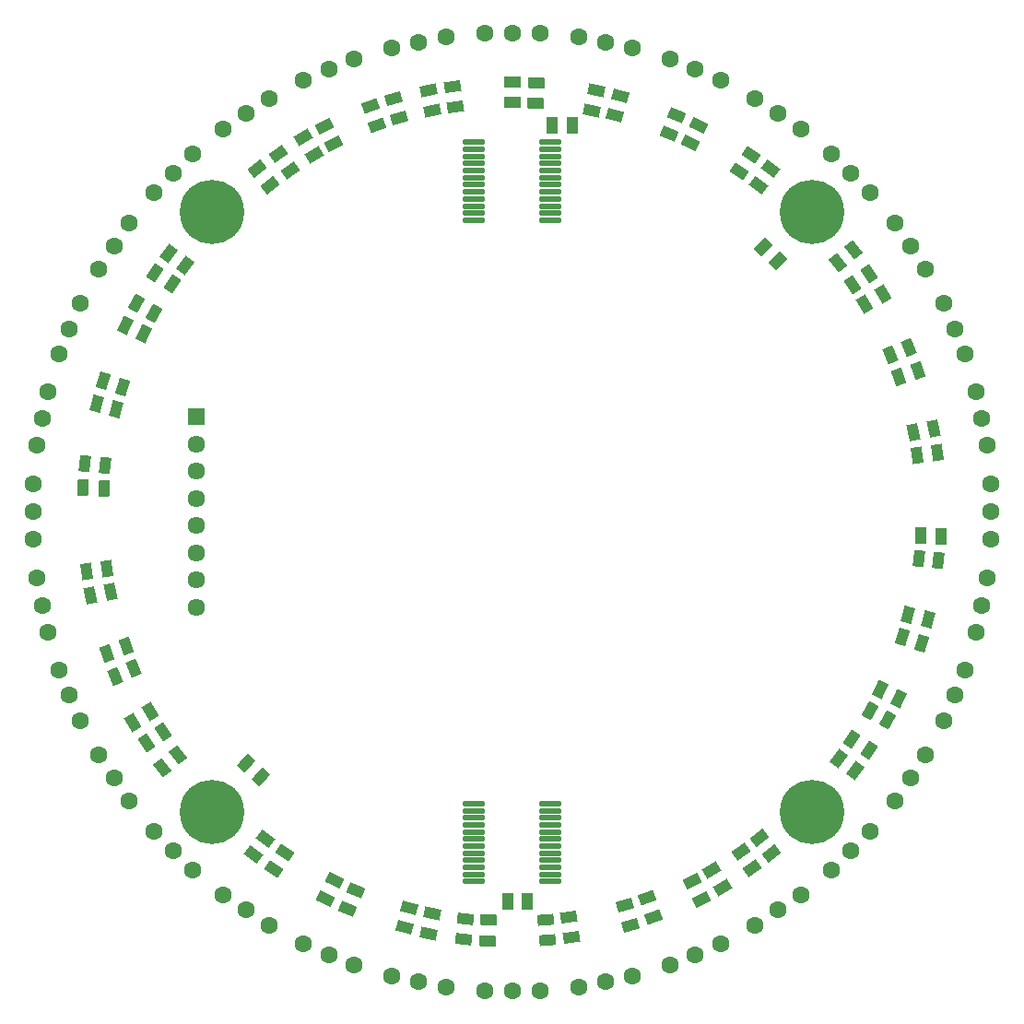
<source format=gbr>
%TF.GenerationSoftware,Altium Limited,Altium Designer,21.8.1 (53)*%
G04 Layer_Color=8388736*
%FSLAX42Y42*%
%MOMM*%
%TF.SameCoordinates,15406810-5A1E-4B15-B108-3B776D23A55A*%
%TF.FilePolarity,Negative*%
%TF.FileFunction,Soldermask,Top*%
%TF.Part,Single*%
G01*
G75*
%TA.AperFunction,SMDPad,CuDef*%
%ADD64R,1.00X1.50*%
%ADD66R,1.50X1.00*%
%TA.AperFunction,ViaPad*%
%ADD67C,5.90*%
%TA.AperFunction,ComponentPad*%
%ADD68C,1.60*%
%ADD69R,1.61X1.61*%
%ADD70C,1.61*%
%TA.AperFunction,SMDPad,CuDef*%
G04:AMPARAMS|DCode=72|XSize=1mm|YSize=1.5mm|CornerRadius=0mm|HoleSize=0mm|Usage=FLASHONLY|Rotation=316.587|XOffset=0mm|YOffset=0mm|HoleType=Round|Shape=Rectangle|*
%AMROTATEDRECTD72*
4,1,4,-0.88,-0.20,0.15,0.89,0.88,0.20,-0.15,-0.89,-0.88,-0.20,0.0*
%
%ADD72ROTATEDRECTD72*%

G04:AMPARAMS|DCode=73|XSize=1mm|YSize=1.5mm|CornerRadius=0mm|HoleSize=0mm|Usage=FLASHONLY|Rotation=289.250|XOffset=0mm|YOffset=0mm|HoleType=Round|Shape=Rectangle|*
%AMROTATEDRECTD73*
4,1,4,-0.87,0.23,0.54,0.72,0.87,-0.23,-0.54,-0.72,-0.87,0.23,0.0*
%
%ADD73ROTATEDRECTD73*%

G04:AMPARAMS|DCode=74|XSize=1mm|YSize=1.5mm|CornerRadius=0mm|HoleSize=0mm|Usage=FLASHONLY|Rotation=106.000|XOffset=0mm|YOffset=0mm|HoleType=Round|Shape=Rectangle|*
%AMROTATEDRECTD74*
4,1,4,0.86,-0.27,-0.58,-0.69,-0.86,0.27,0.58,0.69,0.86,-0.27,0.0*
%
%ADD74ROTATEDRECTD74*%

G04:AMPARAMS|DCode=75|XSize=1mm|YSize=1.5mm|CornerRadius=0mm|HoleSize=0mm|Usage=FLASHONLY|Rotation=278.000|XOffset=0mm|YOffset=0mm|HoleType=Round|Shape=Rectangle|*
%AMROTATEDRECTD75*
4,1,4,-0.81,0.39,0.67,0.60,0.81,-0.39,-0.67,-0.60,-0.81,0.39,0.0*
%
%ADD75ROTATEDRECTD75*%

G04:AMPARAMS|DCode=76|XSize=1mm|YSize=1.5mm|CornerRadius=0mm|HoleSize=0mm|Usage=FLASHONLY|Rotation=94.750|XOffset=0mm|YOffset=0mm|HoleType=Round|Shape=Rectangle|*
%AMROTATEDRECTD76*
4,1,4,0.79,-0.44,-0.70,-0.56,-0.79,0.44,0.70,0.56,0.79,-0.44,0.0*
%
%ADD76ROTATEDRECTD76*%

G04:AMPARAMS|DCode=77|XSize=1mm|YSize=1.5mm|CornerRadius=0mm|HoleSize=0mm|Usage=FLASHONLY|Rotation=300.471|XOffset=0mm|YOffset=0mm|HoleType=Round|Shape=Rectangle|*
%AMROTATEDRECTD77*
4,1,4,-0.90,0.05,0.39,0.81,0.90,-0.05,-0.39,-0.81,-0.90,0.05,0.0*
%
%ADD77ROTATEDRECTD77*%

G04:AMPARAMS|DCode=78|XSize=1mm|YSize=1.5mm|CornerRadius=0mm|HoleSize=0mm|Usage=FLASHONLY|Rotation=125.250|XOffset=0mm|YOffset=0mm|HoleType=Round|Shape=Rectangle|*
%AMROTATEDRECTD78*
4,1,4,0.90,0.02,-0.32,-0.84,-0.90,-0.02,0.32,0.84,0.90,0.02,0.0*
%
%ADD78ROTATEDRECTD78*%

G04:AMPARAMS|DCode=79|XSize=1mm|YSize=1.5mm|CornerRadius=0mm|HoleSize=0mm|Usage=FLASHONLY|Rotation=308.500|XOffset=0mm|YOffset=0mm|HoleType=Round|Shape=Rectangle|*
%AMROTATEDRECTD79*
4,1,4,-0.90,-0.07,0.27,0.86,0.90,0.07,-0.27,-0.86,-0.90,-0.07,0.0*
%
%ADD79ROTATEDRECTD79*%

G04:AMPARAMS|DCode=80|XSize=1mm|YSize=1.5mm|CornerRadius=0mm|HoleSize=0mm|Usage=FLASHONLY|Rotation=117.259|XOffset=0mm|YOffset=0mm|HoleType=Round|Shape=Rectangle|*
%AMROTATEDRECTD80*
4,1,4,0.89,-0.10,-0.44,-0.79,-0.89,0.10,0.44,0.79,0.89,-0.10,0.0*
%
%ADD80ROTATEDRECTD80*%

G04:AMPARAMS|DCode=81|XSize=1mm|YSize=1.5mm|CornerRadius=0mm|HoleSize=0mm|Usage=FLASHONLY|Rotation=326.250|XOffset=0mm|YOffset=0mm|HoleType=Round|Shape=Rectangle|*
%AMROTATEDRECTD81*
4,1,4,-0.83,-0.34,0.00,0.90,0.83,0.34,-0.00,-0.90,-0.83,-0.34,0.0*
%
%ADD81ROTATEDRECTD81*%

G04:AMPARAMS|DCode=82|XSize=1mm|YSize=1.5mm|CornerRadius=0mm|HoleSize=0mm|Usage=FLASHONLY|Rotation=143.000|XOffset=0mm|YOffset=0mm|HoleType=Round|Shape=Rectangle|*
%AMROTATEDRECTD82*
4,1,4,0.85,0.30,-0.05,-0.90,-0.85,-0.30,0.05,0.90,0.85,0.30,0.0*
%
%ADD82ROTATEDRECTD82*%

G04:AMPARAMS|DCode=83|XSize=1mm|YSize=1.5mm|CornerRadius=0mm|HoleSize=0mm|Usage=FLASHONLY|Rotation=334.250|XOffset=0mm|YOffset=0mm|HoleType=Round|Shape=Rectangle|*
%AMROTATEDRECTD83*
4,1,4,-0.78,-0.46,-0.13,0.89,0.78,0.46,0.13,-0.89,-0.78,-0.46,0.0*
%
%ADD83ROTATEDRECTD83*%

G04:AMPARAMS|DCode=84|XSize=1mm|YSize=1.5mm|CornerRadius=0mm|HoleSize=0mm|Usage=FLASHONLY|Rotation=151.000|XOffset=0mm|YOffset=0mm|HoleType=Round|Shape=Rectangle|*
%AMROTATEDRECTD84*
4,1,4,0.80,0.41,0.07,-0.90,-0.80,-0.41,-0.07,0.90,0.80,0.41,0.0*
%
%ADD84ROTATEDRECTD84*%

G04:AMPARAMS|DCode=85|XSize=1mm|YSize=1.5mm|CornerRadius=0mm|HoleSize=0mm|Usage=FLASHONLY|Rotation=345.500|XOffset=0mm|YOffset=0mm|HoleType=Round|Shape=Rectangle|*
%AMROTATEDRECTD85*
4,1,4,-0.67,-0.60,-0.30,0.85,0.67,0.60,0.30,-0.85,-0.67,-0.60,0.0*
%
%ADD85ROTATEDRECTD85*%

G04:AMPARAMS|DCode=86|XSize=1mm|YSize=1.5mm|CornerRadius=0mm|HoleSize=0mm|Usage=FLASHONLY|Rotation=162.250|XOffset=0mm|YOffset=0mm|HoleType=Round|Shape=Rectangle|*
%AMROTATEDRECTD86*
4,1,4,0.70,0.56,0.25,-0.87,-0.70,-0.56,-0.25,0.87,0.70,0.56,0.0*
%
%ADD86ROTATEDRECTD86*%

G04:AMPARAMS|DCode=87|XSize=1mm|YSize=1.5mm|CornerRadius=0mm|HoleSize=0mm|Usage=FLASHONLY|Rotation=83.500|XOffset=0mm|YOffset=0mm|HoleType=Round|Shape=Rectangle|*
%AMROTATEDRECTD87*
4,1,4,0.69,-0.58,-0.80,-0.41,-0.69,0.58,0.80,0.41,0.69,-0.58,0.0*
%
%ADD87ROTATEDRECTD87*%

G04:AMPARAMS|DCode=88|XSize=1mm|YSize=1.5mm|CornerRadius=0mm|HoleSize=0mm|Usage=FLASHONLY|Rotation=266.750|XOffset=0mm|YOffset=0mm|HoleType=Round|Shape=Rectangle|*
%AMROTATEDRECTD88*
4,1,4,-0.72,0.54,0.78,0.46,0.72,-0.54,-0.78,-0.46,-0.72,0.54,0.0*
%
%ADD88ROTATEDRECTD88*%

G04:AMPARAMS|DCode=89|XSize=1mm|YSize=1.5mm|CornerRadius=0mm|HoleSize=0mm|Usage=FLASHONLY|Rotation=255.500|XOffset=0mm|YOffset=0mm|HoleType=Round|Shape=Rectangle|*
%AMROTATEDRECTD89*
4,1,4,-0.60,0.67,0.85,0.30,0.60,-0.67,-0.85,-0.30,-0.60,0.67,0.0*
%
%ADD89ROTATEDRECTD89*%

G04:AMPARAMS|DCode=90|XSize=1mm|YSize=1.5mm|CornerRadius=0mm|HoleSize=0mm|Usage=FLASHONLY|Rotation=78.750|XOffset=0mm|YOffset=0mm|HoleType=Round|Shape=Rectangle|*
%AMROTATEDRECTD90*
4,1,4,0.64,-0.64,-0.83,-0.34,-0.64,0.64,0.83,0.34,0.64,-0.64,0.0*
%
%ADD90ROTATEDRECTD90*%

G04:AMPARAMS|DCode=91|XSize=1mm|YSize=1.5mm|CornerRadius=0mm|HoleSize=0mm|Usage=FLASHONLY|Rotation=67.500|XOffset=0mm|YOffset=0mm|HoleType=Round|Shape=Rectangle|*
%AMROTATEDRECTD91*
4,1,4,0.50,-0.75,-0.88,-0.18,-0.50,0.75,0.88,0.18,0.50,-0.75,0.0*
%
%ADD91ROTATEDRECTD91*%

G04:AMPARAMS|DCode=92|XSize=1mm|YSize=1.5mm|CornerRadius=0mm|HoleSize=0mm|Usage=FLASHONLY|Rotation=244.250|XOffset=0mm|YOffset=0mm|HoleType=Round|Shape=Rectangle|*
%AMROTATEDRECTD92*
4,1,4,-0.46,0.78,0.89,0.13,0.46,-0.78,-0.89,-0.13,-0.46,0.78,0.0*
%
%ADD92ROTATEDRECTD92*%

G04:AMPARAMS|DCode=93|XSize=1mm|YSize=1.5mm|CornerRadius=0mm|HoleSize=0mm|Usage=FLASHONLY|Rotation=56.250|XOffset=0mm|YOffset=0mm|HoleType=Round|Shape=Rectangle|*
%AMROTATEDRECTD93*
4,1,4,0.34,-0.83,-0.90,0.00,-0.34,0.83,0.90,-0.00,0.34,-0.83,0.0*
%
%ADD93ROTATEDRECTD93*%

G04:AMPARAMS|DCode=94|XSize=1mm|YSize=1.5mm|CornerRadius=0mm|HoleSize=0mm|Usage=FLASHONLY|Rotation=233.000|XOffset=0mm|YOffset=0mm|HoleType=Round|Shape=Rectangle|*
%AMROTATEDRECTD94*
4,1,4,-0.30,0.85,0.90,-0.05,0.30,-0.85,-0.90,0.05,-0.30,0.85,0.0*
%
%ADD94ROTATEDRECTD94*%

G04:AMPARAMS|DCode=95|XSize=1mm|YSize=1.5mm|CornerRadius=0mm|HoleSize=0mm|Usage=FLASHONLY|Rotation=173.500|XOffset=0mm|YOffset=0mm|HoleType=Round|Shape=Rectangle|*
%AMROTATEDRECTD95*
4,1,4,0.58,0.69,0.41,-0.80,-0.58,-0.69,-0.41,0.80,0.58,0.69,0.0*
%
%ADD95ROTATEDRECTD95*%

G04:AMPARAMS|DCode=96|XSize=1mm|YSize=1.5mm|CornerRadius=0mm|HoleSize=0mm|Usage=FLASHONLY|Rotation=8.000|XOffset=0mm|YOffset=0mm|HoleType=Round|Shape=Rectangle|*
%AMROTATEDRECTD96*
4,1,4,-0.39,-0.81,-0.60,0.67,0.39,0.81,0.60,-0.67,-0.39,-0.81,0.0*
%
%ADD96ROTATEDRECTD96*%

G04:AMPARAMS|DCode=97|XSize=1mm|YSize=1.5mm|CornerRadius=0mm|HoleSize=0mm|Usage=FLASHONLY|Rotation=191.250|XOffset=0mm|YOffset=0mm|HoleType=Round|Shape=Rectangle|*
%AMROTATEDRECTD97*
4,1,4,0.34,0.83,0.64,-0.64,-0.34,-0.83,-0.64,0.64,0.34,0.83,0.0*
%
%ADD97ROTATEDRECTD97*%

G04:AMPARAMS|DCode=98|XSize=1mm|YSize=1.5mm|CornerRadius=0mm|HoleSize=0mm|Usage=FLASHONLY|Rotation=19.221|XOffset=0mm|YOffset=0mm|HoleType=Round|Shape=Rectangle|*
%AMROTATEDRECTD98*
4,1,4,-0.23,-0.87,-0.72,0.54,0.23,0.87,0.72,-0.54,-0.23,-0.87,0.0*
%
%ADD98ROTATEDRECTD98*%

G04:AMPARAMS|DCode=99|XSize=1mm|YSize=1.5mm|CornerRadius=0mm|HoleSize=0mm|Usage=FLASHONLY|Rotation=202.500|XOffset=0mm|YOffset=0mm|HoleType=Round|Shape=Rectangle|*
%AMROTATEDRECTD99*
4,1,4,0.18,0.88,0.75,-0.50,-0.18,-0.88,-0.75,0.50,0.18,0.88,0.0*
%
%ADD99ROTATEDRECTD99*%

G04:AMPARAMS|DCode=100|XSize=1mm|YSize=1.5mm|CornerRadius=0mm|HoleSize=0mm|Usage=FLASHONLY|Rotation=30.500|XOffset=0mm|YOffset=0mm|HoleType=Round|Shape=Rectangle|*
%AMROTATEDRECTD100*
4,1,4,-0.05,-0.90,-0.81,0.39,0.05,0.90,0.81,-0.39,-0.05,-0.90,0.0*
%
%ADD100ROTATEDRECTD100*%

G04:AMPARAMS|DCode=101|XSize=1mm|YSize=1.5mm|CornerRadius=0mm|HoleSize=0mm|Usage=FLASHONLY|Rotation=213.750|XOffset=0mm|YOffset=0mm|HoleType=Round|Shape=Rectangle|*
%AMROTATEDRECTD101*
4,1,4,-0.00,0.90,0.83,-0.34,0.00,-0.90,-0.83,0.34,-0.00,0.90,0.0*
%
%ADD101ROTATEDRECTD101*%

G04:AMPARAMS|DCode=102|XSize=1mm|YSize=1.5mm|CornerRadius=0mm|HoleSize=0mm|Usage=FLASHONLY|Rotation=38.529|XOffset=0mm|YOffset=0mm|HoleType=Round|Shape=Rectangle|*
%AMROTATEDRECTD102*
4,1,4,0.08,-0.90,-0.86,0.27,-0.08,0.90,0.86,-0.27,0.08,-0.90,0.0*
%
%ADD102ROTATEDRECTD102*%

G04:AMPARAMS|DCode=103|XSize=1mm|YSize=1.5mm|CornerRadius=0mm|HoleSize=0mm|Usage=FLASHONLY|Rotation=247.500|XOffset=0mm|YOffset=0mm|HoleType=Round|Shape=Rectangle|*
%AMROTATEDRECTD103*
4,1,4,-0.50,0.75,0.88,0.18,0.50,-0.75,-0.88,-0.18,-0.50,0.75,0.0*
%
%ADD103ROTATEDRECTD103*%

G04:AMPARAMS|DCode=104|XSize=1mm|YSize=1.5mm|CornerRadius=0mm|HoleSize=0mm|Usage=FLASHONLY|Rotation=266.750|XOffset=0mm|YOffset=0mm|HoleType=Round|Shape=Rectangle|*
%AMROTATEDRECTD104*
4,1,4,-0.72,0.54,0.78,0.46,0.72,-0.54,-0.78,-0.46,-0.72,0.54,0.0*
%
%ADD104ROTATEDRECTD104*%

G04:AMPARAMS|DCode=105|XSize=1mm|YSize=1.5mm|CornerRadius=0mm|HoleSize=0mm|Usage=FLASHONLY|Rotation=281.250|XOffset=0mm|YOffset=0mm|HoleType=Round|Shape=Rectangle|*
%AMROTATEDRECTD105*
4,1,4,-0.83,0.34,0.64,0.64,0.83,-0.34,-0.64,-0.64,-0.83,0.34,0.0*
%
%ADD105ROTATEDRECTD105*%

G04:AMPARAMS|DCode=106|XSize=1mm|YSize=1.5mm|CornerRadius=0mm|HoleSize=0mm|Usage=FLASHONLY|Rotation=138.090|XOffset=0mm|YOffset=0mm|HoleType=Round|Shape=Rectangle|*
%AMROTATEDRECTD106*
4,1,4,0.87,0.22,-0.13,-0.89,-0.87,-0.22,0.13,0.89,0.87,0.22,0.0*
%
%ADD106ROTATEDRECTD106*%

G04:AMPARAMS|DCode=107|XSize=1mm|YSize=1.5mm|CornerRadius=0mm|HoleSize=0mm|Usage=FLASHONLY|Rotation=176.750|XOffset=0mm|YOffset=0mm|HoleType=Round|Shape=Rectangle|*
%AMROTATEDRECTD107*
4,1,4,0.54,0.72,0.46,-0.78,-0.54,-0.72,-0.46,0.78,0.54,0.72,0.0*
%
%ADD107ROTATEDRECTD107*%

G04:AMPARAMS|DCode=108|XSize=1mm|YSize=1.5mm|CornerRadius=0mm|HoleSize=0mm|Usage=FLASHONLY|Rotation=128.530|XOffset=0mm|YOffset=0mm|HoleType=Round|Shape=Rectangle|*
%AMROTATEDRECTD108*
4,1,4,0.90,0.08,-0.27,-0.86,-0.90,-0.08,0.27,0.86,0.90,0.08,0.0*
%
%ADD108ROTATEDRECTD108*%

G04:AMPARAMS|DCode=109|XSize=2mm|YSize=0.58mm|CornerRadius=0.11mm|HoleSize=0mm|Usage=FLASHONLY|Rotation=180.000|XOffset=0mm|YOffset=0mm|HoleType=Round|Shape=RoundedRectangle|*
%AMROUNDEDRECTD109*
21,1,2.00,0.36,0,0,180.0*
21,1,1.78,0.58,0,0,180.0*
1,1,0.22,-0.89,0.18*
1,1,0.22,0.89,0.18*
1,1,0.22,0.89,-0.18*
1,1,0.22,-0.89,-0.18*
%
%ADD109ROUNDEDRECTD109*%
G04:AMPARAMS|DCode=110|XSize=1mm|YSize=1.5mm|CornerRadius=0mm|HoleSize=0mm|Usage=FLASHONLY|Rotation=218.500|XOffset=0mm|YOffset=0mm|HoleType=Round|Shape=Rectangle|*
%AMROTATEDRECTD110*
4,1,4,-0.07,0.90,0.86,-0.27,0.07,-0.90,-0.86,0.27,-0.07,0.90,0.0*
%
%ADD110ROTATEDRECTD110*%

D64*
X23750Y19780D02*
D03*
X23938Y19779D02*
D03*
X20553Y23549D02*
D03*
X20367D02*
D03*
X20143Y16419D02*
D03*
X19957D02*
D03*
D66*
X20002Y23760D02*
D03*
X20002Y23948D02*
D03*
D67*
X22758Y22758D02*
D03*
X17242Y17242D02*
D03*
X22758Y17242D02*
D03*
X17242Y22758D02*
D03*
D68*
X22233Y16200D02*
D03*
X22656Y16483D02*
D03*
X22445Y16342D02*
D03*
X21449Y15838D02*
D03*
X21918Y16032D02*
D03*
X21684Y15935D02*
D03*
X24365Y20609D02*
D03*
X24266Y21108D02*
D03*
X24315Y20858D02*
D03*
X24162Y21449D02*
D03*
X23968Y21918D02*
D03*
X24065Y21684D02*
D03*
X23800Y22233D02*
D03*
X23517Y22656D02*
D03*
X23658Y22445D02*
D03*
X23291Y22932D02*
D03*
X22932Y23291D02*
D03*
X23111Y23111D02*
D03*
X22656Y23517D02*
D03*
X22233Y23800D02*
D03*
X22445Y23658D02*
D03*
X21918Y23968D02*
D03*
X21449Y24162D02*
D03*
X21684Y24065D02*
D03*
X21108Y24266D02*
D03*
X20609Y24365D02*
D03*
X20858Y24315D02*
D03*
X20254Y24400D02*
D03*
X19746D02*
D03*
X20000D02*
D03*
X19391Y24365D02*
D03*
X18892Y24266D02*
D03*
X19142Y24315D02*
D03*
X18551Y24162D02*
D03*
X18082Y23968D02*
D03*
X18316Y24065D02*
D03*
X17767Y23800D02*
D03*
X17344Y23517D02*
D03*
X17555Y23658D02*
D03*
X17068Y23291D02*
D03*
X16709Y22932D02*
D03*
X16889Y23111D02*
D03*
X16483Y22656D02*
D03*
X16200Y22233D02*
D03*
X16342Y22445D02*
D03*
X16032Y21918D02*
D03*
X15838Y21449D02*
D03*
X15935Y21684D02*
D03*
X15734Y21108D02*
D03*
X15635Y20609D02*
D03*
X15685Y20858D02*
D03*
X15600Y20254D02*
D03*
Y19746D02*
D03*
Y20000D02*
D03*
X15635Y19391D02*
D03*
X15734Y18892D02*
D03*
X15685Y19142D02*
D03*
X15838Y18551D02*
D03*
X16032Y18082D02*
D03*
X15935Y18316D02*
D03*
X16200Y17767D02*
D03*
X16483Y17344D02*
D03*
X16342Y17555D02*
D03*
X16709Y17068D02*
D03*
X17068Y16709D02*
D03*
X16889Y16889D02*
D03*
X17344Y16483D02*
D03*
X17767Y16200D02*
D03*
X17555Y16342D02*
D03*
X18082Y16032D02*
D03*
X18551Y15838D02*
D03*
X18316Y15935D02*
D03*
X18892Y15734D02*
D03*
X19391Y15635D02*
D03*
X19142Y15685D02*
D03*
X19746Y15600D02*
D03*
X20254D02*
D03*
X20000D02*
D03*
X20609Y15635D02*
D03*
X21108Y15734D02*
D03*
X20858Y15685D02*
D03*
X22932Y16709D02*
D03*
X23291Y17068D02*
D03*
X23111Y16889D02*
D03*
X23517Y17344D02*
D03*
X23800Y17767D02*
D03*
X23658Y17555D02*
D03*
X23968Y18082D02*
D03*
X24162Y18551D02*
D03*
X24065Y18316D02*
D03*
X24266Y18892D02*
D03*
X24365Y19391D02*
D03*
X24315Y19142D02*
D03*
X24400Y19746D02*
D03*
Y20254D02*
D03*
Y20000D02*
D03*
D69*
X17100Y20875D02*
D03*
D70*
Y20625D02*
D03*
Y20375D02*
D03*
Y20125D02*
D03*
Y19875D02*
D03*
X17100Y19625D02*
D03*
X17100Y19375D02*
D03*
X17100Y19125D02*
D03*
D72*
X22305Y22436D02*
D03*
X22440Y22308D02*
D03*
D73*
X21236Y16453D02*
D03*
X21298Y16276D02*
D03*
X18762Y23551D02*
D03*
X18700Y23728D02*
D03*
D74*
X21087Y16206D02*
D03*
X21036Y16385D02*
D03*
X18913Y23794D02*
D03*
X18964Y23615D02*
D03*
D75*
X20521Y16280D02*
D03*
X20547Y16094D02*
D03*
X19479Y23724D02*
D03*
X19453Y23910D02*
D03*
D76*
X20326Y16067D02*
D03*
X20311Y16252D02*
D03*
D77*
X21835Y16713D02*
D03*
X21930Y16550D02*
D03*
X18179Y23277D02*
D03*
X18084Y23439D02*
D03*
D78*
X22207Y16726D02*
D03*
X22100Y16878D02*
D03*
X17853Y23292D02*
D03*
X17960Y23140D02*
D03*
D79*
X22269Y17006D02*
D03*
X22386Y16859D02*
D03*
D80*
X21737Y16441D02*
D03*
X21651Y16606D02*
D03*
X18279Y23545D02*
D03*
X18364Y23379D02*
D03*
D81*
X23122Y17911D02*
D03*
X23278Y17807D02*
D03*
X16875Y22091D02*
D03*
X16718Y22195D02*
D03*
D82*
X23152Y17624D02*
D03*
X23003Y17736D02*
D03*
X16848Y22376D02*
D03*
X16997Y22264D02*
D03*
D83*
X23382Y18366D02*
D03*
X23552Y18285D02*
D03*
X16614Y21635D02*
D03*
X16445Y21717D02*
D03*
D84*
X23452Y18086D02*
D03*
X23289Y18176D02*
D03*
X16548Y21914D02*
D03*
X16711Y21824D02*
D03*
D85*
X23636Y19058D02*
D03*
X23818Y19010D02*
D03*
X16364Y20942D02*
D03*
X16182Y20990D02*
D03*
D86*
X23759Y18796D02*
D03*
X23582Y18853D02*
D03*
X16241Y21204D02*
D03*
X16418Y21147D02*
D03*
D87*
X19553Y16079D02*
D03*
X19574Y16263D02*
D03*
D88*
X19785Y16250D02*
D03*
X19774Y16062D02*
D03*
D89*
X19058Y16364D02*
D03*
X19010Y16182D02*
D03*
X20943Y23640D02*
D03*
X20991Y23822D02*
D03*
D90*
X19229Y16129D02*
D03*
X19266Y16311D02*
D03*
X20771Y23871D02*
D03*
X20734Y23689D02*
D03*
D91*
X18489Y16354D02*
D03*
X18560Y16526D02*
D03*
D92*
X18366Y16618D02*
D03*
X18285Y16448D02*
D03*
X21635Y23386D02*
D03*
X21717Y23555D02*
D03*
D93*
X17807Y16719D02*
D03*
X17910Y16873D02*
D03*
X22193Y23281D02*
D03*
X22090Y23127D02*
D03*
D94*
X17738Y17001D02*
D03*
X17625Y16851D02*
D03*
X22265Y23002D02*
D03*
X22378Y23152D02*
D03*
D95*
X23917Y19553D02*
D03*
X23733Y19574D02*
D03*
X16079Y20447D02*
D03*
X16263Y20426D02*
D03*
D96*
X23724Y20521D02*
D03*
X23910Y20547D02*
D03*
X16280Y19479D02*
D03*
X16094Y19453D02*
D03*
D97*
X23871Y20769D02*
D03*
X23689Y20733D02*
D03*
X16129Y19231D02*
D03*
X16311Y19267D02*
D03*
D98*
X23551Y21238D02*
D03*
X23728Y21300D02*
D03*
X16453Y18764D02*
D03*
X16276Y18702D02*
D03*
D99*
X23647Y21510D02*
D03*
X23475Y21439D02*
D03*
X16353Y18490D02*
D03*
X16525Y18561D02*
D03*
D100*
X23241Y21907D02*
D03*
X23403Y22002D02*
D03*
X16679Y18163D02*
D03*
X16517Y18068D02*
D03*
D101*
X23282Y22192D02*
D03*
X23127Y22089D02*
D03*
X16638Y17878D02*
D03*
X16793Y17981D02*
D03*
D102*
X22988Y22290D02*
D03*
X23135Y22407D02*
D03*
D103*
X21511Y23646D02*
D03*
X21440Y23474D02*
D03*
D104*
X20224Y23941D02*
D03*
X20214Y23755D02*
D03*
D105*
X19231Y23871D02*
D03*
X19267Y23689D02*
D03*
D106*
X17691Y17567D02*
D03*
X17553Y17691D02*
D03*
D107*
X16250Y20215D02*
D03*
X16062Y20226D02*
D03*
D108*
X17776Y23004D02*
D03*
X17659Y23151D02*
D03*
D109*
X19649Y16605D02*
D03*
X19649Y16670D02*
D03*
X19649Y16735D02*
D03*
X19649Y16800D02*
D03*
X19649Y16865D02*
D03*
X19649Y16930D02*
D03*
X19649Y16995D02*
D03*
X19649Y17060D02*
D03*
X19650Y17125D02*
D03*
X19649Y17190D02*
D03*
X19649Y17255D02*
D03*
X19649Y17320D02*
D03*
X20350Y17320D02*
D03*
X20351Y17255D02*
D03*
X20351Y17190D02*
D03*
X20350Y17125D02*
D03*
X20351Y17060D02*
D03*
X20351Y16995D02*
D03*
X20351Y16930D02*
D03*
X20350Y16865D02*
D03*
X20351Y16800D02*
D03*
X20351Y16735D02*
D03*
X20350Y16670D02*
D03*
X20351Y16605D02*
D03*
X20351Y23395D02*
D03*
Y23330D02*
D03*
X20351Y23265D02*
D03*
Y23200D02*
D03*
X20350Y23135D02*
D03*
X20351Y23070D02*
D03*
X20350Y23005D02*
D03*
Y22940D02*
D03*
X20351Y22875D02*
D03*
X20351Y22810D02*
D03*
X20350Y22745D02*
D03*
X20351Y22680D02*
D03*
X19649Y22680D02*
D03*
X19649Y22745D02*
D03*
X19649Y22810D02*
D03*
X19649Y22875D02*
D03*
X19649Y22940D02*
D03*
X19649Y23005D02*
D03*
X19649Y23070D02*
D03*
X19650Y23135D02*
D03*
X19649Y23200D02*
D03*
X19649Y23265D02*
D03*
X19649Y23330D02*
D03*
X19649Y23395D02*
D03*
D110*
X16932Y17770D02*
D03*
X16785Y17653D02*
D03*
%TF.MD5,47384f9b32185616ecb6c0b817958e4f*%
M02*

</source>
